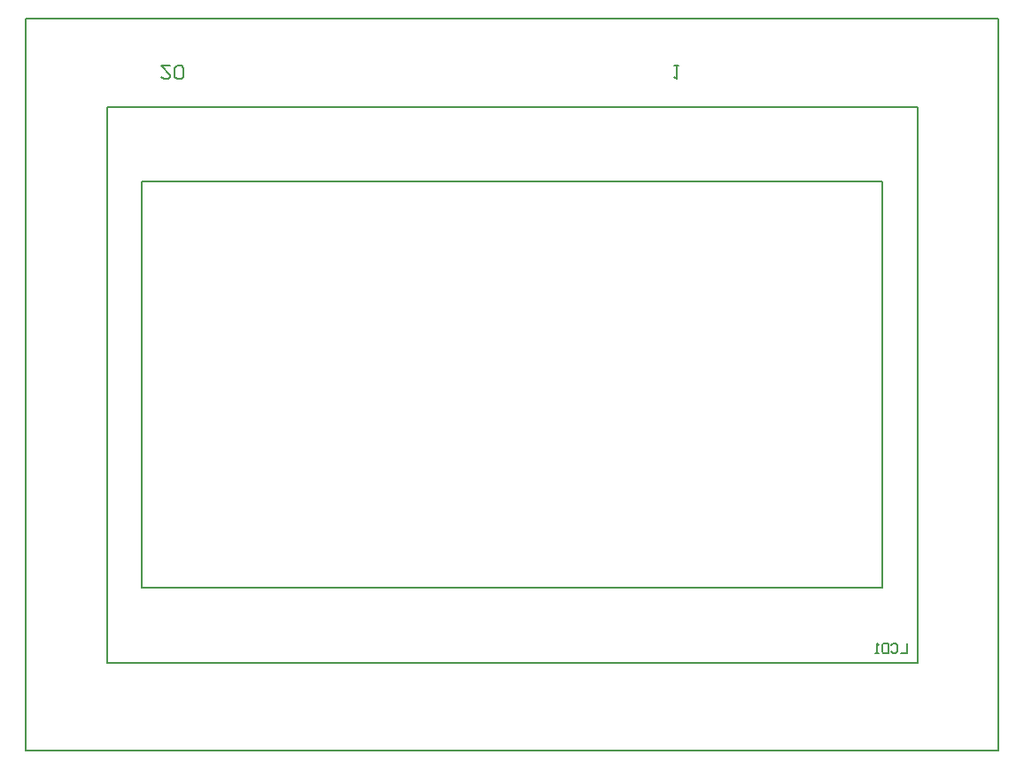
<source format=gbo>
G04 Layer_Color=32896*
%FSLAX23Y23*%
%MOIN*%
G70*
G01*
G75*
%ADD48C,0.008*%
%ADD52C,0.008*%
%ADD54C,0.005*%
D48*
X-1286Y1201D02*
X-1319D01*
X-1286Y1167D01*
Y1159D01*
X-1294Y1151D01*
X-1311D01*
X-1319Y1159D01*
X-1269D02*
X-1261Y1151D01*
X-1244D01*
X-1236Y1159D01*
Y1192D01*
X-1244Y1201D01*
X-1261D01*
X-1269Y1192D01*
Y1159D01*
X610Y1201D02*
X627D01*
X619D01*
Y1151D01*
X610Y1159D01*
D52*
X-1392Y-764D02*
X1392D01*
Y764D01*
X-1392D02*
X1392D01*
X-1392Y-764D02*
Y764D01*
X-1525Y-1047D02*
Y1047D01*
X1525D01*
Y-1047D02*
Y1047D01*
X-1525Y-1047D02*
X1525D01*
X-1831Y1378D02*
X1831D01*
X-1831Y-1378D02*
X1831D01*
X-1831D02*
Y1378D01*
X1831Y-1378D02*
Y1378D01*
D54*
X1485Y-975D02*
Y-1010D01*
X1462D01*
X1427Y-981D02*
X1433Y-975D01*
X1444D01*
X1450Y-981D01*
Y-1004D01*
X1444Y-1010D01*
X1433D01*
X1427Y-1004D01*
X1415Y-975D02*
Y-1010D01*
X1398D01*
X1392Y-1004D01*
Y-981D01*
X1398Y-975D01*
X1415D01*
X1380Y-1010D02*
X1368D01*
X1374D01*
Y-975D01*
X1380Y-981D01*
M02*

</source>
